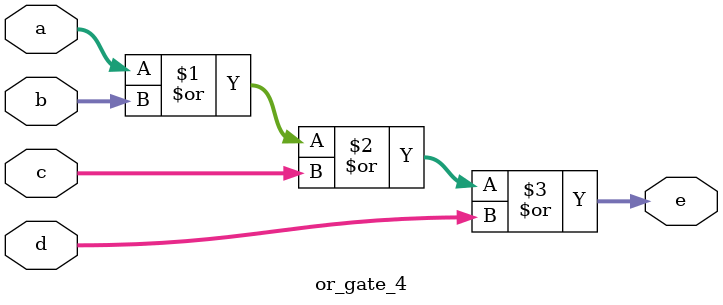
<source format=v>
`timescale 1ns / 1ps


module or_gate_4 #(parameter WIDTH=3)(
    input [(WIDTH-1):0] a,
    input [(WIDTH-1):0] b,
    input [(WIDTH-1):0] c,
    input [(WIDTH-1):0] d,
    output [(WIDTH-1):0] e
    );
    assign e = a | b | c | d; //or_gate
endmodule
</source>
